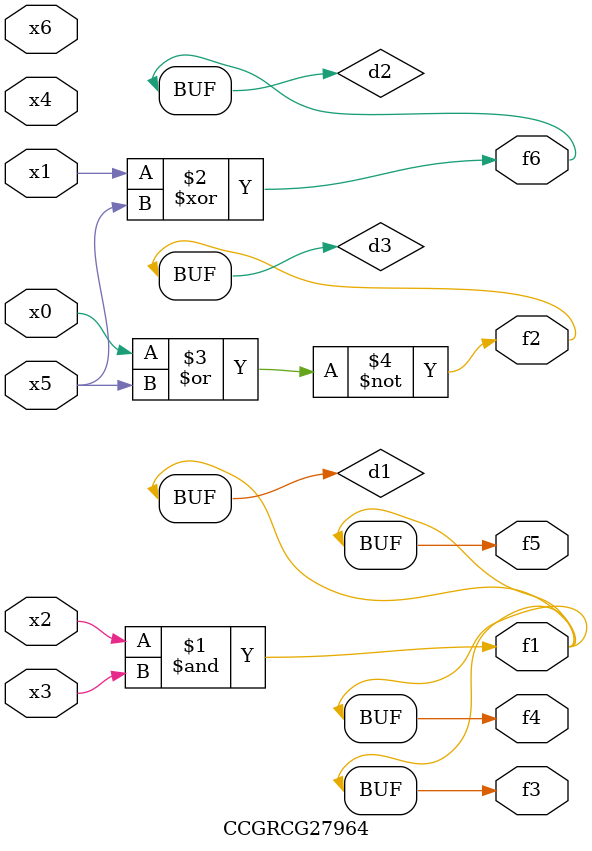
<source format=v>
module CCGRCG27964(
	input x0, x1, x2, x3, x4, x5, x6,
	output f1, f2, f3, f4, f5, f6
);

	wire d1, d2, d3;

	and (d1, x2, x3);
	xor (d2, x1, x5);
	nor (d3, x0, x5);
	assign f1 = d1;
	assign f2 = d3;
	assign f3 = d1;
	assign f4 = d1;
	assign f5 = d1;
	assign f6 = d2;
endmodule

</source>
